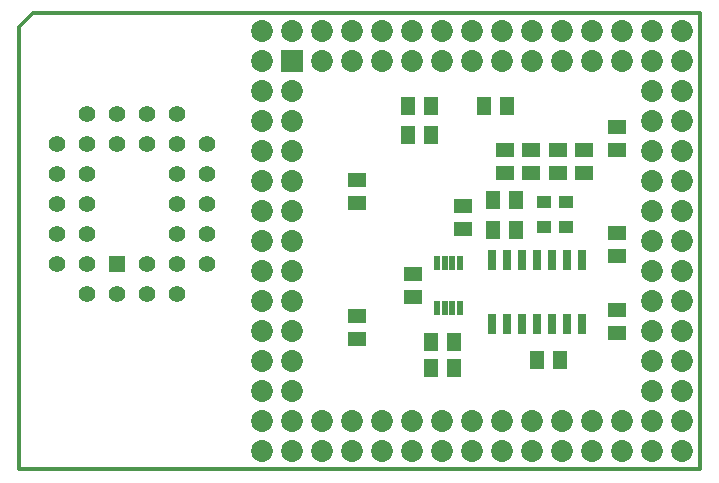
<source format=gts>
G04 Layer_Color=8388736*
%FSLAX44Y44*%
%MOMM*%
G71*
G01*
G75*
%ADD16C,0.3500*%
%ADD29R,1.5032X1.2032*%
%ADD30R,1.2032X1.5032*%
%ADD31R,1.2032X1.1032*%
%ADD32R,0.6032X1.3032*%
%ADD33R,0.8032X1.7532*%
%ADD34C,1.8542*%
%ADD35R,1.8542X1.8542*%
%ADD36C,1.4032*%
%ADD37R,1.4032X1.4032*%
D16*
X-372110Y193040D02*
X193040D01*
Y-193040D02*
Y193040D01*
X-383540Y-193040D02*
X193040D01*
X-383540D02*
Y181610D01*
X-372110Y193040D01*
D29*
X-97500Y52250D02*
D03*
Y32750D02*
D03*
Y-62750D02*
D03*
Y-82250D02*
D03*
X27500Y57750D02*
D03*
Y77250D02*
D03*
X50000Y57750D02*
D03*
Y77250D02*
D03*
X72500Y57750D02*
D03*
Y77250D02*
D03*
X95000Y57750D02*
D03*
Y77250D02*
D03*
X122500Y97250D02*
D03*
Y77750D02*
D03*
Y7250D02*
D03*
Y-12250D02*
D03*
X-7500Y10250D02*
D03*
Y29750D02*
D03*
X-50000Y-27750D02*
D03*
Y-47250D02*
D03*
X122500Y-77250D02*
D03*
Y-57750D02*
D03*
D30*
X-54750Y90000D02*
D03*
X-35250D02*
D03*
Y115000D02*
D03*
X-54750D02*
D03*
X10250D02*
D03*
X29750D02*
D03*
X17750Y10000D02*
D03*
X37250D02*
D03*
X74750Y-100000D02*
D03*
X55250D02*
D03*
X-34750Y-107500D02*
D03*
X-15250D02*
D03*
X-34750Y-85000D02*
D03*
X-15250D02*
D03*
X37250Y35000D02*
D03*
X17750D02*
D03*
D31*
X60500Y33000D02*
D03*
Y12000D02*
D03*
X79500D02*
D03*
Y33000D02*
D03*
D32*
X-29750Y-18500D02*
D03*
X-23250D02*
D03*
X-16750D02*
D03*
X-10250D02*
D03*
Y-56500D02*
D03*
X-16750D02*
D03*
X-23250D02*
D03*
X-29750D02*
D03*
D33*
X93100Y-15500D02*
D03*
X80400D02*
D03*
X67700D02*
D03*
X55000D02*
D03*
X42300D02*
D03*
X29600D02*
D03*
X16900D02*
D03*
X93100Y-69500D02*
D03*
X80400D02*
D03*
X67700D02*
D03*
X55000D02*
D03*
X42300D02*
D03*
X29600D02*
D03*
X16900D02*
D03*
D34*
X152400Y152400D02*
D03*
Y-152400D02*
D03*
X-152400D02*
D03*
X-177800Y177800D02*
D03*
Y152400D02*
D03*
Y127000D02*
D03*
Y101600D02*
D03*
Y76200D02*
D03*
Y50800D02*
D03*
Y25400D02*
D03*
Y-0D02*
D03*
Y-25400D02*
D03*
Y-50800D02*
D03*
Y-76200D02*
D03*
Y-101600D02*
D03*
Y-127000D02*
D03*
Y-152400D02*
D03*
Y-177800D02*
D03*
X-152400Y177800D02*
D03*
Y127000D02*
D03*
Y101600D02*
D03*
Y76200D02*
D03*
Y50800D02*
D03*
Y25400D02*
D03*
Y-0D02*
D03*
Y-25400D02*
D03*
Y-50800D02*
D03*
Y-76200D02*
D03*
Y-101600D02*
D03*
Y-127000D02*
D03*
Y-177800D02*
D03*
X-127000Y177800D02*
D03*
Y152400D02*
D03*
Y-152400D02*
D03*
Y-177800D02*
D03*
X-101600Y177800D02*
D03*
Y152400D02*
D03*
Y-152400D02*
D03*
Y-177800D02*
D03*
X-76200Y177800D02*
D03*
Y152400D02*
D03*
Y-152400D02*
D03*
Y-177800D02*
D03*
X-50800Y177800D02*
D03*
Y152400D02*
D03*
Y-152400D02*
D03*
Y-177800D02*
D03*
X-25400Y177800D02*
D03*
Y152400D02*
D03*
Y-152400D02*
D03*
Y-177800D02*
D03*
X-0Y177800D02*
D03*
Y152400D02*
D03*
Y-152400D02*
D03*
Y-177800D02*
D03*
X25400Y177800D02*
D03*
Y152400D02*
D03*
Y-152400D02*
D03*
Y-177800D02*
D03*
X50800Y177800D02*
D03*
Y152400D02*
D03*
Y-152400D02*
D03*
Y-177800D02*
D03*
X76200Y177800D02*
D03*
Y152400D02*
D03*
Y-152400D02*
D03*
Y-177800D02*
D03*
X101600Y177800D02*
D03*
Y152400D02*
D03*
Y-152400D02*
D03*
Y-177800D02*
D03*
X127000Y177800D02*
D03*
Y152400D02*
D03*
Y-152400D02*
D03*
Y-177800D02*
D03*
X152400Y177800D02*
D03*
Y127000D02*
D03*
Y101600D02*
D03*
Y76200D02*
D03*
Y50800D02*
D03*
Y25400D02*
D03*
Y-0D02*
D03*
Y-25400D02*
D03*
Y-50800D02*
D03*
Y-76200D02*
D03*
Y-101600D02*
D03*
Y-127000D02*
D03*
Y-177800D02*
D03*
X177800Y177800D02*
D03*
Y152400D02*
D03*
Y127000D02*
D03*
Y101600D02*
D03*
Y76200D02*
D03*
Y50800D02*
D03*
Y25400D02*
D03*
Y-0D02*
D03*
Y-25400D02*
D03*
Y-50800D02*
D03*
Y-76200D02*
D03*
Y-101600D02*
D03*
Y-127000D02*
D03*
Y-152400D02*
D03*
Y-177800D02*
D03*
D35*
X-152400Y152400D02*
D03*
D36*
X-300990Y-44450D02*
D03*
X-326390Y-19050D02*
D03*
Y-44450D02*
D03*
X-351790Y-19050D02*
D03*
X-326390Y6350D02*
D03*
X-351790D02*
D03*
X-326390Y31750D02*
D03*
X-351790D02*
D03*
X-326390Y82550D02*
D03*
X-351790D02*
D03*
X-326390Y107950D02*
D03*
X-300990Y82550D02*
D03*
Y107950D02*
D03*
X-275590Y82550D02*
D03*
Y107950D02*
D03*
X-250190Y82550D02*
D03*
Y107950D02*
D03*
X-224790Y82550D02*
D03*
X-250190Y31750D02*
D03*
X-224790D02*
D03*
X-250190Y6350D02*
D03*
X-224790D02*
D03*
X-250190Y-19050D02*
D03*
X-224790D02*
D03*
X-250190Y-44450D02*
D03*
X-275590Y-19050D02*
D03*
Y-44450D02*
D03*
X-224790Y57150D02*
D03*
X-250190D02*
D03*
X-351790D02*
D03*
X-326390D02*
D03*
D37*
X-300990Y-19050D02*
D03*
M02*

</source>
